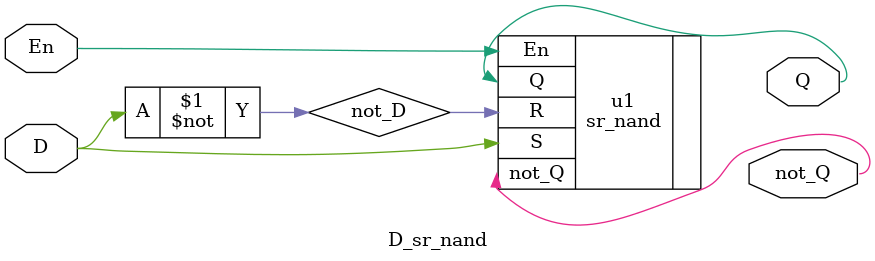
<source format=v>
module D_sr_nand(D,En,Q,not_Q);

input D,En;
output Q,not_Q;

wire not_D;

not u0(not_D,D);
sr_nand u1(.S(D),.R(not_D),.En(En),.Q(Q),.not_Q(not_Q));
endmodule
</source>
